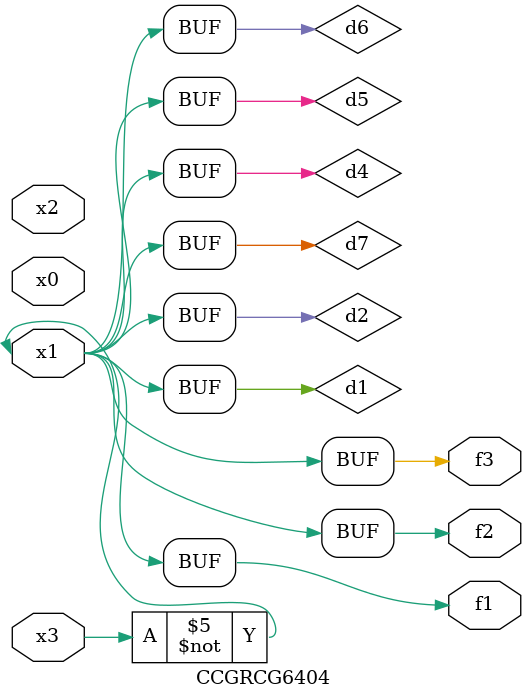
<source format=v>
module CCGRCG6404(
	input x0, x1, x2, x3,
	output f1, f2, f3
);

	wire d1, d2, d3, d4, d5, d6, d7;

	not (d1, x3);
	buf (d2, x1);
	xnor (d3, d1, d2);
	nor (d4, d1);
	buf (d5, d1, d2);
	buf (d6, d4, d5);
	nand (d7, d4);
	assign f1 = d6;
	assign f2 = d7;
	assign f3 = d6;
endmodule

</source>
